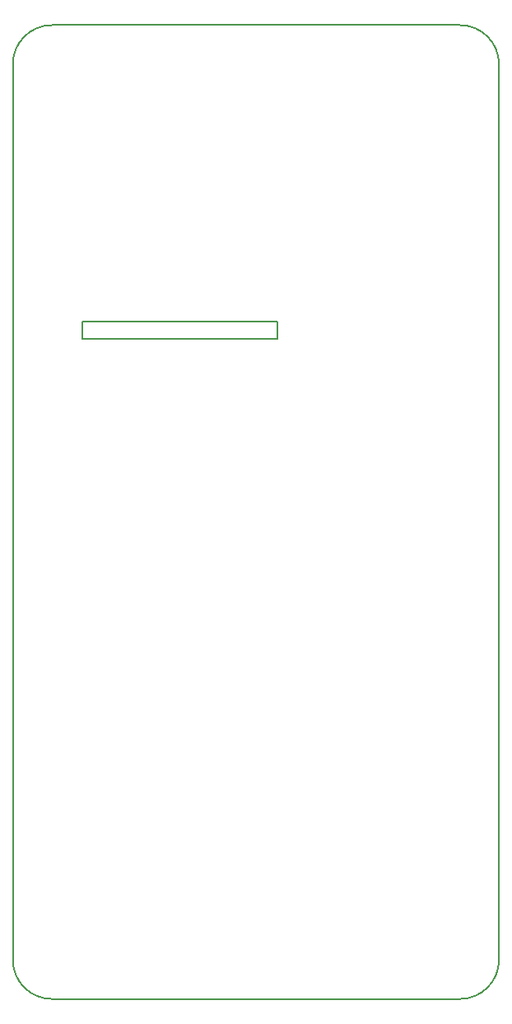
<source format=gko>
G04 DipTrace 2.4.0.2*
%INTemperatureController.GKO*%
%MOIN*%
%ADD11C,0.0055*%
%FSLAX44Y44*%
G04*
G70*
G90*
G75*
G01*
%LNBoardOutline*%
%LPD*%
X5512Y3937D2*
D11*
X22047D1*
G03X23622Y5512I0J1575D01*
G01*
Y41732D1*
G03X22047Y43307I-1575J0D01*
G01*
X5512D1*
G03X3937Y41732I0J-1575D01*
G01*
Y5512D1*
G03X5512Y3937I1575J0D01*
G01*
X6762Y31315D2*
X14638D1*
Y30627D1*
X6762D1*
Y31315D1*
M02*

</source>
